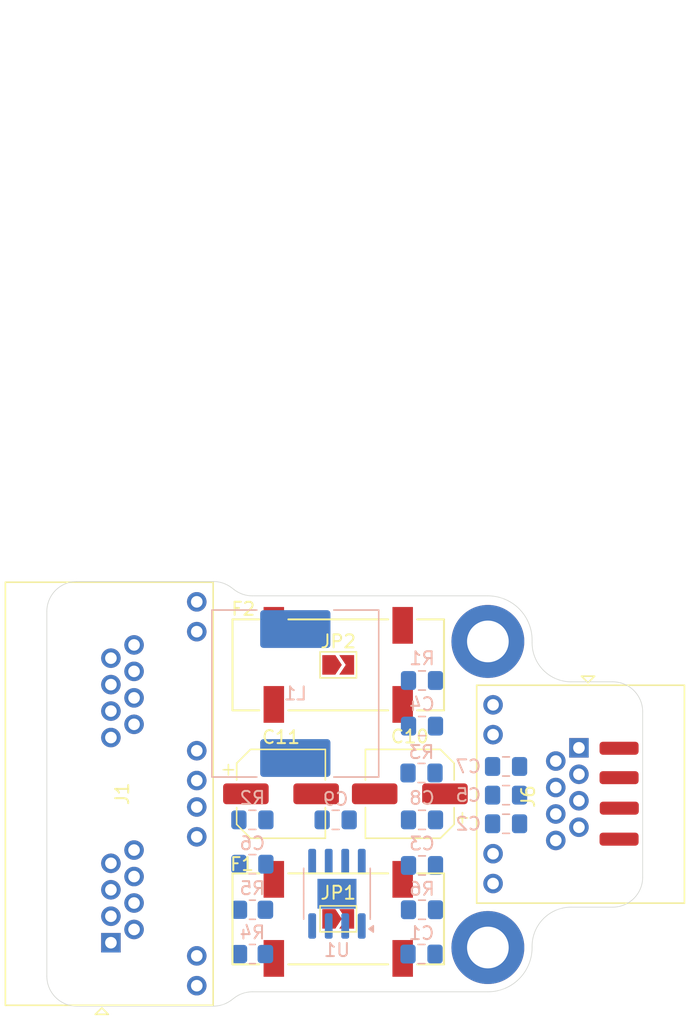
<source format=kicad_pcb>
(kicad_pcb (version 20240108) (generator "pcbnew") (generator_version "8.0")
  (layers (0 "F.Cu" signal) (31 "B.Cu" signal) (34 "B.Paste" user) (35 "F.Paste" user) (36 "B.SilkS" user "B.Silkscreen") (37 "F.SilkS" user "F.Silkscreen") (38 "B.Mask" user) (39 "F.Mask" user) (44 "Edge.Cuts" user))
  (net 0 "")
  (net 1 "GND")
  (net 2 "Net-(JP1-B)")
  (net 3 "Net-(JP2-A)")
  (net 4 "Net-(U1-FB)")
  (net 5 "Net-(U1-SW)")
  (net 6 "Net-(U1-V_{in})")
  (net 7 "Net-(U1-SS)")
  (net 8 "Net-(C8-Pad2)")
  (net 9 "Net-(U1-GND)")
  (net 10 "+24V")
  (net 11 "+V_{out}")
  (net 14 "Net-(J1-G_L--Pad2_9)")
  (net 15 "/CANH")
  (net 16 "Net-(J1-G_L--Pad1_9)")
  (net 17 "/CANL")
  (net 26 "Net-(J6-Y_L-)")
  (footprint "RoverFootprint:Pad_SMD_1x3mm" (layer "F.Cu") (at 69.085 33.8 90)
    (property "Reference" "J3" (hide yes))
    (property "Value" "Conn_01x01_Pin")
    (pad "1" smd roundrect (at 0 0.5 90) (size 1 3) (layers "F.Cu" "F.Paste" "F.Mask") (net 15 "/CANH"))
  )
  (footprint "MountingHole:MountingHole_3.2mm_M3_DIN965_Pad_TopBottom" (layer "F.Cu") (at 59.5 25.6)
    (property "Reference" "H2" (hide yes))
    (property "Value" "MountingHole_Pad")
    (pad "1" thru_hole circle (at 0 0) (size 3.6 3.6) (drill 3.2) (layers "*.Cu" "*.Mask") (net 1 "GND"))
    (pad "1" connect circle (at 0 0) (size 5.6 5.6) (layers "F.Cu" "F.Mask") (net 1 "GND"))
    (pad "1" connect circle (at 0 0) (size 5.6 5.6) (layers "B.Cu" "B.Mask") (net 1 "GND"))
  )
  (footprint "Capacitor_SMD:CP_Elec_6.3x7.7" (layer "F.Cu") (at 43.6 37.3)
    (property "Reference" "C11" (at 0 -4.35 0) (layer "F.SilkS"))
    (property "Value" "100uF (Opt)")
    (fp_line (start -4.4375 -1.8475) (end -3.65 -1.8475) (stroke (width 0.12)) (layer "F.SilkS"))
    (fp_line (start -4.04375 -2.24125) (end -4.04375 -1.45375) (stroke (width 0.12)) (layer "F.SilkS"))
    (fp_line (start -3.41 -2.345563) (end -3.41 -1.06) (stroke (width 0.12)) (layer "F.SilkS"))
    (fp_line (start -3.41 -2.345563) (end -2.345563 -3.41) (stroke (width 0.12)) (layer "F.SilkS"))
    (fp_line (start -3.41 2.345563) (end -3.41 1.06) (stroke (width 0.12)) (layer "F.SilkS"))
    (fp_line (start -3.41 2.345563) (end -2.345563 3.41) (stroke (width 0.12)) (layer "F.SilkS"))
    (fp_line (start -2.345563 -3.41) (end 3.41 -3.41) (stroke (width 0.12)) (layer "F.SilkS"))
    (fp_line (start -2.345563 3.41) (end 3.41 3.41) (stroke (width 0.12)) (layer "F.SilkS"))
    (fp_line (start 3.41 -3.41) (end 3.41 -1.06) (stroke (width 0.12)) (layer "F.SilkS"))
    (fp_line (start 3.41 3.41) (end 3.41 1.06) (stroke (width 0.12)) (layer "F.SilkS"))
    (pad "1" smd roundrect (at -2.7 0) (size 3.5 1.6) (layers "F.Cu" "F.Paste" "F.Mask") (roundrect_rratio 0.15625) (net 2 "Net-(JP1-B)"))
    (pad "2" smd roundrect (at 2.7 0) (size 3.5 1.6) (layers "F.Cu" "F.Paste" "F.Mask") (roundrect_rratio 0.15625) (net 1 "GND"))
  )
  (footprint "Jumper:SolderJumper-2_P1.3mm_Open_TrianglePad1.0x1.5mm" (layer "F.Cu") (at 48 46.9)
    (property "Reference" "JP1" (at 0 -2 0) (layer "F.SilkS"))
    (property "Value" "SolderJumper_2_Open")
    (fp_line (start -1.4 -1) (end 1.4 -1) (stroke (width 0.12)) (layer "F.SilkS"))
    (fp_line (start -1.4 1) (end -1.4 -1) (stroke (width 0.12)) (layer "F.SilkS"))
    (fp_line (start 1.4 -1) (end 1.4 1) (stroke (width 0.12)) (layer "F.SilkS"))
    (fp_line (start 1.4 1) (end -1.4 1) (stroke (width 0.12)) (layer "F.SilkS"))
    (pad "1" smd custom (at -0.725 0) (size 0.3 0.3) (layers "F.Cu" "F.Mask") (net 10 "+24V") (options (clearance outline) (anchor rect)) (primitives (gr_poly (pts (xy 1 0) (xy 0.5 0.75) (xy -0.5 0.75) (xy -0.5 -0.75) (xy 0.5 -0.75)) (width 0) (fill yes))))
    (pad "2" smd custom (at 0.725 0) (size 0.3 0.3) (layers "F.Cu" "F.Mask") (net 2 "Net-(JP1-B)") (options (clearance outline) (anchor rect)) (primitives (gr_poly (pts (xy 0.5 0.75) (xy -0.65 0.75) (xy -0.15 0) (xy -0.65 -0.75) (xy 0.5 -0.75)) (width 0) (fill yes))))
  )
  (footprint "RoverFootprint:Pad_SMD_1x3mm" (layer "F.Cu") (at 69.1 38.4 90)
    (property "Reference" "J5" (hide yes))
    (property "Value" "Conn_01x01_Pin")
    (pad "1" smd roundrect (at 0 0.5 90) (size 1 3) (layers "F.Cu" "F.Paste" "F.Mask") (net 1 "GND"))
  )
  (footprint "Jumper:SolderJumper-2_P1.3mm_Open_TrianglePad1.0x1.5mm" (layer "F.Cu") (at 48 27.4)
    (property "Reference" "JP2" (at 0 -1.8 0) (layer "F.SilkS"))
    (property "Value" "SolderJumper_2_Open")
    (fp_line (start -1.4 -1) (end 1.4 -1) (stroke (width 0.12)) (layer "F.SilkS"))
    (fp_line (start -1.4 1) (end -1.4 -1) (stroke (width 0.12)) (layer "F.SilkS"))
    (fp_line (start 1.4 -1) (end 1.4 1) (stroke (width 0.12)) (layer "F.SilkS"))
    (fp_line (start 1.4 1) (end -1.4 1) (stroke (width 0.12)) (layer "F.SilkS"))
    (pad "1" smd custom (at -0.725 0) (size 0.3 0.3) (layers "F.Cu" "F.Mask") (net 3 "Net-(JP2-A)") (options (clearance outline) (anchor rect)) (primitives (gr_poly (pts (xy 1 0) (xy 0.5 0.75) (xy -0.5 0.75) (xy -0.5 -0.75) (xy 0.5 -0.75)) (width 0) (fill yes))))
    (pad "2" smd custom (at 0.725 0) (size 0.3 0.3) (layers "F.Cu" "F.Mask") (net 11 "+V_{out}") (options (clearance outline) (anchor rect)) (primitives (gr_poly (pts (xy 0.5 0.75) (xy -0.65 0.75) (xy -0.15 0) (xy -0.65 -0.75) (xy 0.5 -0.75)) (width 0) (fill yes))))
  )
  (footprint "RoverFootprint:ETH-RJHSE5081" (layer "F.Cu") (at 66.5 33.7675 -90)
    (property "Reference" "J6" (at 3.7325 3.9 90) (layer "F.SilkS"))
    (property "Value" "ETH-RJHSE5081" (hide yes))
    (fp_line (start -4.805 7.86) (end 11.925 7.86) (stroke (width 0.12)) (layer "F.SilkS"))
    (fp_line (start -5.5 -0.2) (end -5.5 -1.2) (stroke (width 0.12)) (layer "F.SilkS"))
    (fp_line (start -5 -0.7) (end -5.5 -0.2) (stroke (width 0.12)) (layer "F.SilkS"))
    (fp_line (start -5.5 -1.2) (end -5 -0.7) (stroke (width 0.12)) (layer "F.SilkS"))
    (fp_line (start -4.805 -8.11) (end -4.805 7.86) (stroke (width 0.12)) (layer "F.SilkS"))
    (fp_line (start -4.805 -8.11) (end 11.925 -8.11) (stroke (width 0.12)) (layer "F.SilkS"))
    (fp_line (start 11.925 -8.11) (end 11.925 7.86) (stroke (width 0.12)) (layer "F.SilkS"))
    (pad "" np_thru_hole circle (at -2.79 -2.54 270) (size 3.25 3.25) (drill 3.25) (layers "*.Cu" "*.Mask"))
    (pad "" np_thru_hole circle (at 9.91 -2.54 270) (size 3.25 3.25) (drill 3.25) (layers "*.Cu" "*.Mask"))
    (pad "1" thru_hole rect (at 0 0 270) (size 1.5 1.5) (drill 0.89) (layers "*.Cu" "*.Mask") (net 15 "/CANH"))
    (pad "2" thru_hole circle (at 1.016 1.78 270) (size 1.5 1.5) (drill 0.89) (layers "*.Cu" "*.Mask") (net 17 "/CANL"))
    (pad "3" thru_hole circle (at 2.032 0 270) (size 1.5 1.5) (drill 0.89) (layers "*.Cu" "*.Mask"))
    (pad "4" thru_hole circle (at 3.048 1.78 270) (size 1.5 1.5) (drill 0.89) (layers "*.Cu" "*.Mask"))
    (pad "5" thru_hole circle (at 4.064 0 270) (size 1.5 1.5) (drill 0.89) (layers "*.Cu" "*.Mask") (net 11 "+V_{out}"))
    (pad "6" thru_hole circle (at 5.08 1.78 270) (size 1.5 1.5) (drill 0.89) (layers "*.Cu" "*.Mask") (net 1 "GND"))
    (pad "7" thru_hole circle (at 6.096 0 270) (size 1.5 1.5) (drill 0.89) (layers "*.Cu" "*.Mask") (net 11 "+V_{out}"))
    (pad "8" thru_hole circle (at 7.112 1.78 270) (size 1.5 1.5) (drill 0.89) (layers "*.Cu" "*.Mask") (net 1 "GND"))
    (pad "9" thru_hole circle (at -3.3 6.6 270) (size 1.5 1.5) (drill 0.89) (layers "*.Cu" "*.Mask"))
    (pad "10" thru_hole circle (at -1.01 6.6 270) (size 1.5 1.5) (drill 0.89) (layers "*.Cu" "*.Mask"))
    (pad "11" thru_hole circle (at 8.13 6.6 270) (size 1.5 1.5) (drill 0.89) (layers "*.Cu" "*.Mask") (net 26 "Net-(J6-Y_L-)"))
    (pad "12" thru_hole circle (at 10.42 6.6 270) (size 1.5 1.5) (drill 0.89) (layers "*.Cu" "*.Mask") (net 11 "+V_{out}"))
  )
  (footprint "RoverFootprint:Pad_SMD_1x3mm" (layer "F.Cu") (at 69.085 40.78 90)
    (property "Reference" "J2" (hide yes))
    (property "Value" "Conn_01x01_Pin")
    (pad "1" smd roundrect (at 0 0.5 90) (size 1 3) (layers "F.Cu" "F.Paste" "F.Mask") (net 11 "+V_{out}"))
  )
  (footprint "MountingHole:MountingHole_3.2mm_M3_DIN965_Pad_TopBottom" (layer "F.Cu") (at 59.5 49.1)
    (property "Reference" "H1" (hide yes))
    (property "Value" "MountingHole_Pad")
    (pad "1" thru_hole circle (at 0 0) (size 3.6 3.6) (drill 3.2) (layers "*.Cu" "*.Mask") (net 1 "GND"))
    (pad "1" connect circle (at 0 0) (size 5.6 5.6) (layers "F.Cu" "F.Mask") (net 1 "GND"))
    (pad "1" connect circle (at 0 0) (size 5.6 5.6) (layers "B.Cu" "B.Mask") (net 1 "GND"))
  )
  (footprint "RoverFootprint:FuseHolder-3588-20" (layer "F.Cu") (at 48 46.9)
    (property "Reference" "F1" (at -7.4 -4.2 0) (layer "F.SilkS"))
    (property "Value" "3A" (hide yes))
    (fp_line (start -8.128 -3.4925) (end -8.128 3.4925) (stroke (width 0.1524)) (layer "F.SilkS"))
    (fp_line (start -8.128 3.4925) (end -6.07314 3.4925) (stroke (width 0.1524)) (layer "F.SilkS"))
    (fp_line (start -6.07314 -3.4925) (end -8.128 -3.4925) (stroke (width 0.1524)) (layer "F.SilkS"))
    (fp_line (start -3.83286 3.4925) (end 3.83286 3.4925) (stroke (width 0.1524)) (layer "F.SilkS"))
    (fp_line (start 3.83286 -3.4925) (end -3.83286 -3.4925) (stroke (width 0.1524)) (layer "F.SilkS"))
    (fp_line (start 6.07314 3.4925) (end 8.128 3.4925) (stroke (width 0.1524)) (layer "F.SilkS"))
    (fp_line (start 8.128 -3.4925) (end 6.07314 -3.4925) (stroke (width 0.1524)) (layer "F.SilkS"))
    (fp_line (start 8.128 3.4925) (end 8.128 -3.4925) (stroke (width 0.1524)) (layer "F.SilkS"))
    (pad "1" smd rect (at -4.953 -3.0353) (size 1.5748 2.8194) (layers "F.Cu" "F.Paste" "F.Mask") (net 10 "+24V"))
    (pad "1" smd rect (at -4.953 3.0353) (size 1.5748 2.8194) (layers "F.Cu" "F.Paste" "F.Mask") (net 10 "+24V"))
    (pad "2" smd rect (at 4.953 -3.0353) (size 1.5748 2.8194) (layers "F.Cu" "F.Paste" "F.Mask") (net 2 "Net-(JP1-B)"))
    (pad "2" smd rect (at 4.953 3.0353) (size 1.5748 2.8194) (layers "F.Cu" "F.Paste" "F.Mask") (net 2 "Net-(JP1-B)"))
  )
  (footprint "RoverFootprint:ETH-RJHSE508102" (layer "F.Cu") (at 22.525 37.3 90)
    (property "Reference" "J1" (at 0 8.875 -90) (layer "F.SilkS"))
    (property "Value" "ETH-RJHSE508102")
    (fp_line (start 16.245 -0.11) (end 16.245 15.86) (stroke (width 0.12)) (layer "F.SilkS"))
    (fp_line (start -16.235 -0.11) (end 16.245 -0.11) (stroke (width 0.12)) (layer "F.SilkS"))
    (fp_line (start -16.235 -0.11) (end -16.235 15.86) (stroke (width 0.12)) (layer "F.SilkS"))
    (fp_line (start -16.93 6.8) (end -16.43 7.3) (stroke (width 0.12)) (layer "F.SilkS"))
    (fp_line (start -16.43 7.3) (end -16.93 7.8) (stroke (width 0.12)) (layer "F.SilkS"))
    (fp_line (start -16.93 7.8) (end -16.93 6.8) (stroke (width 0.12)) (layer "F.SilkS"))
    (fp_line (start -16.235 15.86) (end 16.245 15.86) (stroke (width 0.12)) (layer "F.SilkS"))
    (pad "" np_thru_hole circle (at -14.22 5.46 90) (size 3.25 3.25) (drill 3.25) (layers "*.Cu" "*.Mask"))
    (pad "" np_thru_hole circle (at 14.23 5.46 90) (size 3.25 3.25) (drill 3.25) (layers "*.Cu" "*.Mask"))
    (pad "1_1" thru_hole rect (at -11.43 8 90) (size 1.5 1.5) (drill 0.89) (layers "*.Cu" "*.Mask") (net 15 "/CANH"))
    (pad "1_2" thru_hole circle (at -10.414 9.78 90) (size 1.5 1.5) (drill 0.89) (layers "*.Cu" "*.Mask") (net 17 "/CANL"))
    (pad "1_3" thru_hole circle (at -9.398 8 90) (size 1.5 1.5) (drill 0.89) (layers "*.Cu" "*.Mask"))
    (pad "1_4" thru_hole circle (at -8.382 9.78 90) (size 1.5 1.5) (drill 0.89) (layers "*.Cu" "*.Mask"))
    (pad "1_5" thru_hole circle (at -7.366 8 90) (size 1.5 1.5) (drill 0.89) (layers "*.Cu" "*.Mask") (net 10 "+24V"))
    (pad "1_6" thru_hole circle (at -6.35 9.78 90) (size 1.5 1.5) (drill 0.89) (layers "*.Cu" "*.Mask") (net 1 "GND"))
    (pad "1_7" thru_hole circle (at -5.334 8 90) (size 1.5 1.5) (drill 0.89) (layers "*.Cu" "*.Mask") (net 10 "+24V"))
    (pad "1_8" thru_hole circle (at -4.318 9.78 90) (size 1.5 1.5) (drill 0.89) (layers "*.Cu" "*.Mask") (net 1 "GND"))
    (pad "1_9" thru_hole circle (at -14.73 14.6 90) (size 1.5 1.5) (drill 0.89) (layers "*.Cu" "*.Mask") (net 16 "Net-(J1-G_L--Pad1_9)"))
    (pad "1_10" thru_hole circle (at -12.44 14.6 90) (size 1.5 1.5) (drill 0.89) (layers "*.Cu" "*.Mask") (net 10 "+24V"))
    (pad "1_11" thru_hole circle (at -3.3 14.6 90) (size 1.5 1.5) (drill 0.89) (layers "*.Cu" "*.Mask"))
    (pad "1_12" thru_hole circle (at -1.01 14.6 90) (size 1.5 1.5) (drill 0.89) (layers "*.Cu" "*.Mask"))
    (pad "2_1" thru_hole circle (at 4.32 8 90) (size 1.5 1.5) (drill 0.89) (layers "*.Cu" "*.Mask") (net 15 "/CANH"))
    (pad "2_2" thru_hole circle (at 5.336 9.78 90) (size 1.5 1.5) (drill 0.89) (layers "*.Cu" "*.Mask") (net 17 "/CANL"))
    (pad "2_3" thru_hole circle (at 6.352 8 90) (size 1.5 1.5) (drill 0.89) (layers "*.Cu" "*.Mask"))
    (pad "2_4" thru_hole circle (at 7.368 9.78 90) (size 1.5 1.5) (drill 0.89) (layers "*.Cu" "*.Mask"))
    (pad "2_5" thru_hole circle (at 8.384 8 90) (size 1.5 1.5) (drill 0.89) (layers "*.Cu" "*.Mask") (net 10 "+24V"))
    (pad "2_6" thru_hole circle (at 9.4 9.78 90) (size 1.5 1.5) (drill 0.89) (layers "*.Cu" "*.Mask") (net 1 "GND"))
    (pad "2_7" thru_hole circle (at 10.416 8 90) (size 1.5 1.5) (drill 0.89) (layers "*.Cu" "*.Mask") (net 10 "+24V"))
    (pad "2_8" thru_hole circle (at 11.432 9.78 90) (size 1.5 1.5) (drill 0.89) (layers "*.Cu" "*.Mask") (net 1 "GND"))
    (pad "2_9" thru_hole circle (at 1.02 14.6 90) (size 1.5 1.5) (drill 0.89) (layers "*.Cu" "*.Mask") (net 14 "Net-(J1-G_L--Pad2_9)"))
    (pad "2_10" thru_hole circle (at 3.31 14.6 90) (size 1.5 1.5) (drill 0.89) (layers "*.Cu" "*.Mask") (net 10 "+24V"))
    (pad "2_11" thru_hole circle (at 12.45 14.6 90) (size 1.5 1.5) (drill 0.89) (layers "*.Cu" "*.Mask"))
    (pad "2_12" thru_hole circle (at 14.74 14.6 90) (size 1.5 1.5) (drill 0.89) (layers "*.Cu" "*.Mask"))
  )
  (footprint "Capacitor_SMD:CP_Elec_6.3x7.7" (layer "F.Cu") (at 53.5 37.3 180)
    (property "Reference" "C10" (at 0 4.4 0) (layer "F.SilkS"))
    (property "Value" "100uF")
    (fp_line (start 3.41 3.41) (end 3.41 1.06) (stroke (width 0.12)) (layer "F.SilkS"))
    (fp_line (start 3.41 -3.41) (end 3.41 -1.06) (stroke (width 0.12)) (layer "F.SilkS"))
    (fp_line (start -2.345563 3.41) (end 3.41 3.41) (stroke (width 0.12)) (layer "F.SilkS"))
    (fp_line (start -2.345563 -3.41) (end 3.41 -3.41) (stroke (width 0.12)) (layer "F.SilkS"))
    (fp_line (start -3.41 2.345563) (end -2.345563 3.41) (stroke (width 0.12)) (layer "F.SilkS"))
    (fp_line (start -3.41 2.345563) (end -3.41 1.06) (stroke (width 0.12)) (layer "F.SilkS"))
    (fp_line (start -3.41 -2.345563) (end -2.345563 -3.41) (stroke (width 0.12)) (layer "F.SilkS"))
    (fp_line (start -3.41 -2.345563) (end -3.41 -1.06) (stroke (width 0.12)) (layer "F.SilkS"))
    (fp_line (start -4.04375 -2.24125) (end -4.04375 -1.45375) (stroke (width 0.12)) (layer "F.SilkS"))
    (fp_line (start -4.4375 -1.8475) (end -3.65 -1.8475) (stroke (width 0.12)) (layer "F.SilkS"))
    (pad "1" smd roundrect (at -2.7 0 180) (size 3.5 1.6) (layers "F.Cu" "F.Paste" "F.Mask") (roundrect_rratio 0.15625) (net 3 "Net-(JP2-A)"))
    (pad "2" smd roundrect (at 2.7 0 180) (size 3.5 1.6) (layers "F.Cu" "F.Paste" "F.Mask") (roundrect_rratio 0.15625) (net 1 "GND"))
  )
  (footprint "RoverFootprint:FuseHolder-3588-20" (layer "F.Cu") (at 48 27.4)
    (property "Reference" "F2" (at -7.3 -4.3 0) (layer "F.SilkS"))
    (property "Value" "5A" (hide yes))
    (fp_line (start -8.128 -3.4925) (end -8.128 3.4925) (stroke (width 0.1524)) (layer "F.SilkS"))
    (fp_line (start -8.128 3.4925) (end -6.07314 3.4925) (stroke (width 0.1524)) (layer "F.SilkS"))
    (fp_line (start -6.07314 -3.4925) (end -8.128 -3.4925) (stroke (width 0.1524)) (layer "F.SilkS"))
    (fp_line (start -3.83286 3.4925) (end 3.83286 3.4925) (stroke (width 0.1524)) (layer "F.SilkS"))
    (fp_line (start 3.83286 -3.4925) (end -3.83286 -3.4925) (stroke (width 0.1524)) (layer "F.SilkS"))
    (fp_line (start 6.07314 3.4925) (end 8.128 3.4925) (stroke (width 0.1524)) (layer "F.SilkS"))
    (fp_line (start 8.128 -3.4925) (end 6.07314 -3.4925) (stroke (width 0.1524)) (layer "F.SilkS"))
    (fp_line (start 8.128 3.4925) (end 8.128 -3.4925) (stroke (width 0.1524)) (layer "F.SilkS"))
    (pad "1" smd rect (at -4.953 -3.0353) (size 1.5748 2.8194) (layers "F.Cu" "F.Paste" "F.Mask") (net 3 "Net-(JP2-A)"))
    (pad "1" smd rect (at -4.953 3.0353) (size 1.5748 2.8194) (layers "F.Cu" "F.Paste" "F.Mask") (net 3 "Net-(JP2-A)"))
    (pad "2" smd rect (at 4.953 -3.0353) (size 1.5748 2.8194) (layers "F.Cu" "F.Paste" "F.Mask") (net 11 "+V_{out}"))
    (pad "2" smd rect (at 4.953 3.0353) (size 1.5748 2.8194) (layers "F.Cu" "F.Paste" "F.Mask") (net 11 "+V_{out}"))
  )
  (footprint "RoverFootprint:Pad_SMD_1x3mm" (layer "F.Cu") (at 69.085 36.06 90)
    (property "Reference" "J4" (hide yes))
    (property "Value" "Conn_01x01_Pin")
    (pad "1" smd roundrect (at 0 0.5 90) (size 1 3) (layers "F.Cu" "F.Paste" "F.Mask") (net 17 "/CANL"))
  )
  (footprint "Capacitor_SMD:C_0805_2012Metric_Pad1.18x1.45mm_HandSolder" (layer "B.Cu") (at 54.4375 28.6)
    (property "Reference" "R1" (at 0 -1.7 360) (layer "B.SilkS") (effects (justify mirror)))
    (property "Value" "~")
    (fp_line (start 0.261252 -0.735) (end -0.261252 -0.735) (stroke (width 0.12)) (layer "B.SilkS"))
    (fp_line (start 0.261252 0.735) (end -0.261252 0.735) (stroke (width 0.12)) (layer "B.SilkS"))
    (pad "1" smd roundrect (at -1.0375 0) (size 1.175 1.45) (layers "B.Cu" "B.Paste" "B.Mask") (roundrect_rratio 0.212766) (net 3 "Net-(JP2-A)"))
    (pad "2" smd roundrect (at 1.0375 0) (size 1.175 1.45) (layers "B.Cu" "B.Paste" "B.Mask") (roundrect_rratio 0.212766) (net 6 "Net-(U1-V_{in})"))
  )
  (footprint "Capacitor_SMD:C_0805_2012Metric_Pad1.18x1.45mm_HandSolder" (layer "B.Cu") (at 60.9 35.2 180)
    (property "Reference" "C7" (at 2.9 0 360) (layer "B.SilkS") (effects (justify mirror)))
    (property "Value" "22uF")
    (fp_line (start 0.261252 0.735) (end -0.261252 0.735) (stroke (width 0.12)) (layer "B.SilkS"))
    (fp_line (start 0.261252 -0.735) (end -0.261252 -0.735) (stroke (width 0.12)) (layer "B.SilkS"))
    (pad "1" smd roundrect (at -1.0375 0 180) (size 1.175 1.45) (layers "B.Cu" "B.Paste" "B.Mask") (roundrect_rratio 0.212766) (net 1 "GND"))
    (pad "2" smd roundrect (at 1.0375 0 180) (size 1.175 1.45) (layers "B.Cu" "B.Paste" "B.Mask") (roundrect_rratio 0.212766) (net 3 "Net-(JP2-A)"))
  )
  (footprint "Capacitor_SMD:C_0805_2012Metric_Pad1.18x1.45mm_HandSolder" (layer "B.Cu") (at 47.8 39.3)
    (property "Reference" "C9" (at 0 -1.6 360) (layer "B.SilkS") (effects (justify mirror)))
    (property "Value" "(Opt)")
    (fp_line (start 0.261252 -0.735) (end -0.261252 -0.735) (stroke (width 0.12)) (layer "B.SilkS"))
    (fp_line (start 0.261252 0.735) (end -0.261252 0.735) (stroke (width 0.12)) (layer "B.SilkS"))
    (pad "1" smd roundrect (at -1.0375 0) (size 1.175 1.45) (layers "B.Cu" "B.Paste" "B.Mask") (roundrect_rratio 0.212766) (net 1 "GND"))
    (pad "2" smd roundrect (at 1.0375 0) (size 1.175 1.45) (layers "B.Cu" "B.Paste" "B.Mask") (roundrect_rratio 0.212766) (net 9 "Net-(U1-GND)"))
  )
  (footprint "Capacitor_SMD:C_0805_2012Metric_Pad1.18x1.45mm_HandSolder" (layer "B.Cu") (at 54.4 49.6 180)
    (property "Reference" "C1" (at 0 1.6 360) (layer "B.SilkS") (effects (justify mirror)))
    (property "Value" "10uF")
    (fp_line (start 0.261252 0.735) (end -0.261252 0.735) (stroke (width 0.12)) (layer "B.SilkS"))
    (fp_line (start 0.261252 -0.735) (end -0.261252 -0.735) (stroke (width 0.12)) (layer "B.SilkS"))
    (pad "1" smd roundrect (at -1.0375 0 180) (size 1.175 1.45) (layers "B.Cu" "B.Paste" "B.Mask") (roundrect_rratio 0.212766) (net 1 "GND"))
    (pad "2" smd roundrect (at 1.0375 0 180) (size 1.175 1.45) (layers "B.Cu" "B.Paste" "B.Mask") (roundrect_rratio 0.212766) (net 2 "Net-(JP1-B)"))
  )
  (footprint "Capacitor_SMD:C_0805_2012Metric_Pad1.18x1.45mm_HandSolder" (layer "B.Cu") (at 60.9 37.4 180)
    (property "Reference" "C5" (at 2.9 0 360) (layer "B.SilkS") (effects (justify mirror)))
    (property "Value" "22uF")
    (fp_line (start 0.261252 0.735) (end -0.261252 0.735) (stroke (width 0.12)) (layer "B.SilkS"))
    (fp_line (start 0.261252 -0.735) (end -0.261252 -0.735) (stroke (width 0.12)) (layer "B.SilkS"))
    (pad "1" smd roundrect (at -1.0375 0 180) (size 1.175 1.45) (layers "B.Cu" "B.Paste" "B.Mask") (roundrect_rratio 0.212766) (net 1 "GND"))
    (pad "2" smd roundrect (at 1.0375 0 180) (size 1.175 1.45) (layers "B.Cu" "B.Paste" "B.Mask") (roundrect_rratio 0.212766) (net 3 "Net-(JP2-A)"))
  )
  (footprint "Resistor_SMD:R_0805_2012Metric_Pad1.20x1.40mm_HandSolder" (layer "B.Cu") (at 41.4 49.6 180)
    (property "Reference" "R4" (at 0 1.65 360) (layer "B.SilkS") (effects (justify mirror)))
    (property "Value" "5.1k")
    (fp_line (start 0.227064 0.735) (end -0.227064 0.735) (stroke (width 0.12)) (layer "B.SilkS"))
    (fp_line (start 0.227064 -0.735) (end -0.227064 -0.735) (stroke (width 0.12)) (layer "B.SilkS"))
    (pad "1" smd roundrect (at -1 0 180) (size 1.2 1.4) (layers "B.Cu" "B.Paste" "B.Mask") (roundrect_rratio 0.208333) (net 1 "GND"))
    (pad "2" smd roundrect (at 1 0 180) (size 1.2 1.4) (layers "B.Cu" "B.Paste" "B.Mask") (roundrect_rratio 0.208333) (net 16 "Net-(J1-G_L--Pad1_9)"))
  )
  (footprint "Resistor_SMD:R_0805_2012Metric_Pad1.20x1.40mm_HandSolder" (layer "B.Cu") (at 41.4 46.2 180)
    (property "Reference" "R5" (at 0 1.65 360) (layer "B.SilkS") (effects (justify mirror)))
    (property "Value" "5.1k")
    (fp_line (start 0.227064 0.735) (end -0.227064 0.735) (stroke (width 0.12)) (layer "B.SilkS"))
    (fp_line (start 0.227064 -0.735) (end -0.227064 -0.735) (stroke (width 0.12)) (layer "B.SilkS"))
    (pad "1" smd roundrect (at -1 0 180) (size 1.2 1.4) (layers "B.Cu" "B.Paste" "B.Mask") (roundrect_rratio 0.208333) (net 1 "GND"))
    (pad "2" smd roundrect (at 1 0 180) (size 1.2 1.4) (layers "B.Cu" "B.Paste" "B.Mask") (roundrect_rratio 0.208333) (net 14 "Net-(J1-G_L--Pad2_9)"))
  )
  (footprint "Capacitor_SMD:C_0805_2012Metric_Pad1.18x1.45mm_HandSolder" (layer "B.Cu") (at 60.9 39.6 180)
    (property "Reference" "C2" (at 2.9 0 360) (layer "B.SilkS") (effects (justify mirror)))
    (property "Value" "22uF")
    (fp_line (start 0.261252 0.735) (end -0.261252 0.735) (stroke (width 0.12)) (layer "B.SilkS"))
    (fp_line (start 0.261252 -0.735) (end -0.261252 -0.735) (stroke (width 0.12)) (layer "B.SilkS"))
    (pad "1" smd roundrect (at -1.0375 0 180) (size 1.175 1.45) (layers "B.Cu" "B.Paste" "B.Mask") (roundrect_rratio 0.212766) (net 1 "GND"))
    (pad "2" smd roundrect (at 1.0375 0 180) (size 1.175 1.45) (layers "B.Cu" "B.Paste" "B.Mask") (roundrect_rratio 0.212766) (net 3 "Net-(JP2-A)"))
  )
  (footprint "Capacitor_SMD:C_0805_2012Metric_Pad1.18x1.45mm_HandSolder" (layer "B.Cu") (at 54.4375 42.8 180)
    (property "Reference" "C3" (at 0 1.68 360) (layer "B.SilkS") (effects (justify mirror)))
    (property "Value" "100nF")
    (fp_line (start 0.261252 0.735) (end -0.261252 0.735) (stroke (width 0.12)) (layer "B.SilkS"))
    (fp_line (start 0.261252 -0.735) (end -0.261252 -0.735) (stroke (width 0.12)) (layer "B.SilkS"))
    (pad "1" smd roundrect (at -1.0375 0 180) (size 1.175 1.45) (layers "B.Cu" "B.Paste" "B.Mask") (roundrect_rratio 0.212766) (net 4 "Net-(U1-FB)"))
    (pad "2" smd roundrect (at 1.0375 0 180) (size 1.175 1.45) (layers "B.Cu" "B.Paste" "B.Mask") (roundrect_rratio 0.212766) (net 5 "Net-(U1-SW)"))
  )
  (footprint "Inductor_SMD:L_SXN_SMDRI125" (layer "B.Cu") (at 44.7 29.6 90)
    (property "Reference" "L1" (at 0 0 180) (layer "B.SilkS") (effects (justify mirror)))
    (property "Value" "~")
    (fp_line (start 6.41 -6.41) (end -6.41 -6.41) (stroke (width 0.12)) (layer "B.SilkS"))
    (fp_line (start 6.41 -2.96) (end 6.41 -6.41) (stroke (width 0.12)) (layer "B.SilkS"))
    (fp_line (start -6.41 -2.96) (end -6.41 -6.41) (stroke (width 0.12)) (layer "B.SilkS"))
    (fp_line (start 6.41 2.96) (end 6.41 6.41) (stroke (width 0.12)) (layer "B.SilkS"))
    (fp_line (start -6.41 2.96) (end -6.41 6.41) (stroke (width 0.12)) (layer "B.SilkS"))
    (fp_line (start 6.41 6.41) (end -6.41 6.41) (stroke (width 0.12)) (layer "B.SilkS"))
    (pad "1" smd roundrect (at -4.95 0 90) (size 2.9 5.4) (layers "B.Cu" "B.Paste" "B.Mask") (roundrect_rratio 0.086207) (net 4 "Net-(U1-FB)"))
    (pad "2" smd roundrect (at 4.95 0 90) (size 2.9 5.4) (layers "B.Cu" "B.Paste" "B.Mask") (roundrect_rratio 0.086207) (net 3 "Net-(JP2-A)"))
  )
  (footprint "Capacitor_SMD:C_0805_2012Metric_Pad1.18x1.45mm_HandSolder" (layer "B.Cu") (at 41.4 42.7)
    (property "Reference" "C6" (at 0 -1.6 360) (layer "B.SilkS") (effects (justify mirror)))
    (property "Value" "10uF")
    (fp_line (start 0.261252 -0.735) (end -0.261252 -0.735) (stroke (width 0.12)) (layer "B.SilkS"))
    (fp_line (start 0.261252 0.735) (end -0.261252 0.735) (stroke (width 0.12)) (layer "B.SilkS"))
    (pad "1" smd roundrect (at -1.0375 0) (size 1.175 1.45) (layers "B.Cu" "B.Paste" "B.Mask") (roundrect_rratio 0.212766) (net 1 "GND"))
    (pad "2" smd roundrect (at 1.0375 0) (size 1.175 1.45) (layers "B.Cu" "B.Paste" "B.Mask") (roundrect_rratio 0.212766) (net 7 "Net-(U1-SS)"))
  )
  (footprint "Capacitor_SMD:C_0805_2012Metric_Pad1.18x1.45mm_HandSolder" (layer "B.Cu") (at 41.4 39.3 180)
    (property "Reference" "R2" (at 0 1.68 360) (layer "B.SilkS") (effects (justify mirror)))
    (property "Value" "22.1k")
    (fp_line (start 0.261252 0.735) (end -0.261252 0.735) (stroke (width 0.12)) (layer "B.SilkS"))
    (fp_line (start 0.261252 -0.735) (end -0.261252 -0.735) (stroke (width 0.12)) (layer "B.SilkS"))
    (pad "1" smd roundrect (at -1.0375 0 180) (size 1.175 1.45) (layers "B.Cu" "B.Paste" "B.Mask") (roundrect_rratio 0.212766) (net 6 "Net-(U1-V_{in})"))
    (pad "2" smd roundrect (at 1.0375 0 180) (size 1.175 1.45) (layers "B.Cu" "B.Paste" "B.Mask") (roundrect_rratio 0.212766) (net 1 "GND"))
  )
  (footprint "Package_SO:SOIC-8-1EP_3.9x4.9mm_P1.27mm_EP2.29x3mm" (layer "B.Cu") (at 47.9 44.97 90)
    (property "Reference" "U1" (at -4.33 0 180) (layer "B.SilkS") (effects (justify mirror)))
    (property "Value" "DC_DC-AP64501")
    (fp_line (start 1.95 -2.56) (end 0 -2.56) (stroke (width 0.12)) (layer "B.SilkS"))
    (fp_line (start -1.95 -2.56) (end 0 -2.56) (stroke (width 0.12)) (layer "B.SilkS"))
    (fp_line (start 1.95 2.56) (end 0 2.56) (stroke (width 0.12)) (layer "B.SilkS"))
    (fp_line (start -1.95 2.56) (end 0 2.56) (stroke (width 0.12)) (layer "B.SilkS"))
    (fp_poly (pts (xy -2.7 2.465) (xy -2.94 2.795) (xy -2.46 2.795) (xy -2.7 2.465)) (stroke (width 0.12)) (fill solid) (layer "B.SilkS"))
    (pad "1" smd roundrect (at -2.475 1.905 90) (size 1.95 0.6) (layers "B.Cu" "B.Paste" "B.Mask") (net 5 "Net-(U1-SW)"))
    (pad "2" smd roundrect (at -2.475 0.635 90) (size 1.95 0.6) (layers "B.Cu" "B.Paste" "B.Mask") (net 2 "Net-(JP1-B)"))
    (pad "3" smd roundrect (at -2.475 -0.635 90) (size 1.95 0.6) (layers "B.Cu" "B.Paste" "B.Mask") (net 2 "Net-(JP1-B)"))
    (pad "4" smd roundrect (at -2.475 -1.905 90) (size 1.95 0.6) (layers "B.Cu" "B.Paste" "B.Mask") (net 7 "Net-(U1-SS)"))
    (pad "5" smd roundrect (at 2.475 -1.905 90) (size 1.95 0.6) (layers "B.Cu" "B.Paste" "B.Mask") (net 6 "Net-(U1-V_{in})"))
    (pad "6" smd roundrect (at 2.475 -0.635 90) (size 1.95 0.6) (layers "B.Cu" "B.Paste" "B.Mask") (net 9 "Net-(U1-GND)"))
    (pad "7" smd roundrect (at 2.475 0.635 90) (size 1.95 0.6) (layers "B.Cu" "B.Paste" "B.Mask") (net 1 "GND"))
    (pad "8" smd roundrect (at 2.475 1.905 90) (size 1.95 0.6) (layers "B.Cu" "B.Paste" "B.Mask") (net 4 "Net-(U1-FB)"))
    (pad "9" smd rect (at 0 0 90) (size 2.29 3) (property pad_prop_heatsink) (layers "B.Cu" "B.Mask") (net 1 "GND"))
  )
  (footprint "Capacitor_SMD:C_0805_2012Metric_Pad1.18x1.45mm_HandSolder" (layer "B.Cu") (at 54.4375 46.2)
    (property "Reference" "R6" (at 0 -1.6 360) (layer "B.SilkS") (effects (justify mirror)))
    (property "Value" "22.1k")
    (fp_line (start 0.261252 -0.735) (end -0.261252 -0.735) (stroke (width 0.12)) (layer "B.SilkS"))
    (fp_line (start 0.261252 0.735) (end -0.261252 0.735) (stroke (width 0.12)) (layer "B.SilkS"))
    (pad "1" smd roundrect (at -1.0375 0) (size 1.175 1.45) (layers "B.Cu" "B.Paste" "B.Mask") (roundrect_rratio 0.212766) (net 26 "Net-(J6-Y_L-)"))
    (pad "2" smd roundrect (at 1.0375 0) (size 1.175 1.45) (layers "B.Cu" "B.Paste" "B.Mask") (roundrect_rratio 0.212766) (net 1 "GND"))
  )
  (footprint "Capacitor_SMD:C_0805_2012Metric_Pad1.18x1.45mm_HandSolder" (layer "B.Cu") (at 54.4375 39.3 180)
    (property "Reference" "C8" (at 0 1.68 0) (layer "B.SilkS") (effects (justify mirror)))
    (property "Value" "2.7nF")
    (fp_line (start 0.261252 0.735) (end -0.261252 0.735) (stroke (width 0.12)) (layer "B.SilkS"))
    (fp_line (start 0.261252 -0.735) (end -0.261252 -0.735) (stroke (width 0.12)) (layer "B.SilkS"))
    (pad "1" smd roundrect (at -1.0375 0 180) (size 1.175 1.45) (layers "B.Cu" "B.Paste" "B.Mask") (roundrect_rratio 0.212766) (net 1 "GND"))
    (pad "2" smd roundrect (at 1.0375 0 180) (size 1.175 1.45) (layers "B.Cu" "B.Paste" "B.Mask") (roundrect_rratio 0.212766) (net 8 "Net-(C8-Pad2)"))
  )
  (footprint "Capacitor_SMD:C_0805_2012Metric_Pad1.18x1.45mm_HandSolder" (layer "B.Cu") (at 54.4 35.7)
    (property "Reference" "R3" (at 0 -1.6 360) (layer "B.SilkS") (effects (justify mirror)))
    (property "Value" "~")
    (fp_line (start 0.261252 -0.735) (end -0.261252 -0.735) (stroke (width 0.12)) (layer "B.SilkS"))
    (fp_line (start 0.261252 0.735) (end -0.261252 0.735) (stroke (width 0.12)) (layer "B.SilkS"))
    (pad "1" smd roundrect (at -1.0375 0) (size 1.175 1.45) (layers "B.Cu" "B.Paste" "B.Mask") (roundrect_rratio 0.212766) (net 9 "Net-(U1-GND)"))
    (pad "2" smd roundrect (at 1.0375 0) (size 1.175 1.45) (layers "B.Cu" "B.Paste" "B.Mask") (roundrect_rratio 0.212766) (net 8 "Net-(C8-Pad2)"))
  )
  (footprint "Capacitor_SMD:C_0805_2012Metric_Pad1.18x1.45mm_HandSolder" (layer "B.Cu") (at 54.4375 32.1 180)
    (property "Reference" "C4" (at 0 1.68 360) (layer "B.SilkS") (effects (justify mirror)))
    (property "Value" "OPEN")
    (fp_line (start 0.261252 0.735) (end -0.261252 0.735) (stroke (width 0.12)) (layer "B.SilkS"))
    (fp_line (start 0.261252 -0.735) (end -0.261252 -0.735) (stroke (width 0.12)) (layer "B.SilkS"))
    (pad "1" smd roundrect (at -1.0375 0 180) (size 1.175 1.45) (layers "B.Cu" "B.Paste" "B.Mask") (roundrect_rratio 0.212766) (net 6 "Net-(U1-V_{in})"))
    (pad "2" smd roundrect (at 1.0375 0 180) (size 1.175 1.45) (layers "B.Cu" "B.Paste" "B.Mask") (roundrect_rratio 0.212766) (net 3 "Net-(JP2-A)"))
  )
  (gr_arc (start 62.9 49.1) (mid 61.904163 51.504163) (end 59.5 52.5) (stroke (width 0.05)) (layer "Edge.Cuts"))
  (gr_line (start 27.9 21) (end 38.4 21) (stroke (width 0.05)) (layer "Edge.Cuts"))
  (gr_line (start 25.6 51.3) (end 25.6 23.3) (stroke (width 0.05)) (layer "Edge.Cuts"))
  (gr_line (start 62.9 25.5) (end 62.9 25.7) (stroke (width 0.05)) (layer "Edge.Cuts"))
  (gr_line (start 71.4 31) (end 71.4 43.7) (stroke (width 0.05)) (layer "Edge.Cuts"))
  (gr_arc (start 62.9 49) (mid 63.77868 46.87868) (end 65.9 46) (stroke (width 0.05)) (layer "Edge.Cuts"))
  (gr_arc (start 59.5 22.1) (mid 61.904163 23.095837) (end 62.9 25.5) (stroke (width 0.05)) (layer "Edge.Cuts"))
  (gr_arc (start 38.4 21) (mid 39.118072 21.114966) (end 39.764358 21.448372) (stroke (width 0.05)) (layer "Edge.Cuts"))
  (gr_arc (start 69.1 28.7) (mid 70.726346 29.373654) (end 71.4 31) (stroke (width 0.05)) (layer "Edge.Cuts"))
  (gr_arc (start 25.6 23.3) (mid 26.273654 21.673654) (end 27.9 21) (stroke (width 0.05)) (layer "Edge.Cuts"))
  (gr_arc (start 39.764358 53.151628) (mid 39.118072 53.485034) (end 38.4 53.6) (stroke (width 0.05)) (layer "Edge.Cuts"))
  (gr_line (start 41.4 22.1) (end 59.5 22.1) (stroke (width 0.05)) (layer "Edge.Cuts"))
  (gr_line (start 39.764358 21.448372) (end 39.987937 21.61551) (stroke (width 0.05)) (layer "Edge.Cuts"))
  (gr_arc (start 41.4 22.1) (mid 40.653566 21.975509) (end 39.987937 21.61551) (stroke (width 0.05)) (layer "Edge.Cuts"))
  (gr_arc (start 65.9 28.7) (mid 63.77868 27.82132) (end 62.9 25.7) (stroke (width 0.05)) (layer "Edge.Cuts"))
  (gr_line (start 65.9 46) (end 69.1 46) (stroke (width 0.05)) (layer "Edge.Cuts"))
  (gr_arc (start 39.987937 52.98449) (mid 40.653566 52.624492) (end 41.4 52.5) (stroke (width 0.05)) (layer "Edge.Cuts"))
  (gr_arc (start 71.4 43.7) (mid 70.726346 45.326346) (end 69.1 46) (stroke (width 0.05)) (layer "Edge.Cuts"))
  (gr_line (start 41.4 52.5) (end 59.5 52.5) (stroke (width 0.05)) (layer "Edge.Cuts"))
  (gr_line (start 39.764358 53.151628) (end 39.987937 52.98449) (stroke (width 0.05)) (layer "Edge.Cuts"))
  (gr_arc (start 27.9 53.6) (mid 26.273654 52.926346) (end 25.6 51.3) (stroke (width 0.05)) (layer "Edge.Cuts"))
  (gr_line (start 27.9 53.6) (end 38.4 53.6) (stroke (width 0.05)) (layer "Edge.Cuts"))
  (gr_line (start 65.9 28.7) (end 69.1 28.7) (stroke (width 0.05)) (layer "Edge.Cuts"))
  (gr_line (start 62.9 49) (end 62.9 49.1) (stroke (width 0.05)) (layer "Edge.Cuts"))
)
</source>
